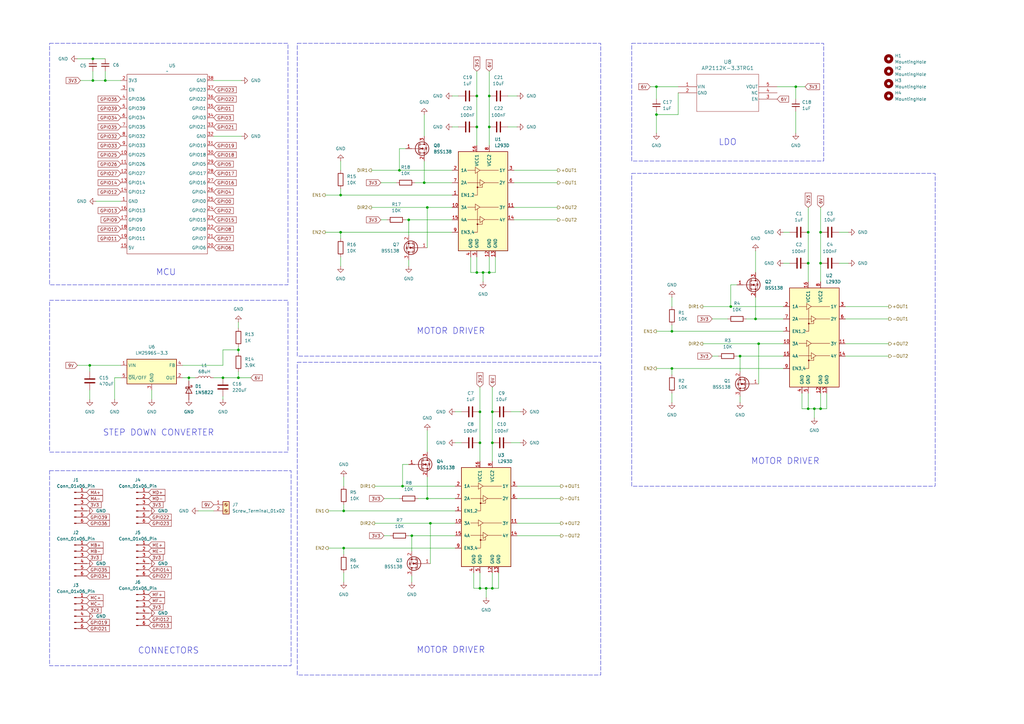
<source format=kicad_sch>
(kicad_sch (version 20231120) (generator "eeschema") (generator_version "8.0")
  (paper "A3")
  (junction (at 275.59 151.13))
  (junction (at 97.79 143.51))
  (junction (at 175.26 85.09))
  (junction (at 336.55 107.95))
  (junction (at 309.88 130.81))
  (junction (at 195.58 111.76))
  (junction (at 163.83 69.85))
  (junction (at 176.53 214.63))
  (junction (at 77.47 154.94))
  (junction (at 269.24 46.99))
  (junction (at 326.39 35.56))
  (junction (at 201.93 168.91))
  (junction (at 91.44 154.94))
  (junction (at 331.47 167.64))
  (junction (at 165.1 199.39))
  (junction (at 173.99 74.93))
  (junction (at 299.72 125.73))
  (junction (at 195.58 39.37))
  (junction (at 200.66 39.37))
  (junction (at 275.59 135.89))
  (junction (at 331.47 95.25))
  (junction (at 303.53 146.05))
  (junction (at 201.93 181.61))
  (junction (at 196.85 181.61))
  (junction (at 336.55 95.25))
  (junction (at 198.12 111.76))
  (junction (at 167.64 90.17))
  (junction (at 196.85 168.91))
  (junction (at 311.15 140.97))
  (junction (at 200.66 52.07))
  (junction (at 38.1 33.02))
  (junction (at 269.24 35.56))
  (junction (at 334.01 167.64))
  (junction (at 199.39 241.3))
  (junction (at 195.58 52.07))
  (junction (at 97.79 154.94))
  (junction (at 139.7 80.01))
  (junction (at 43.18 33.02))
  (junction (at 139.7 95.25))
  (junction (at 196.85 241.3))
  (junction (at 36.83 149.86))
  (junction (at 200.66 111.76))
  (junction (at 336.55 167.64))
  (junction (at 175.26 204.47))
  (junction (at 331.47 107.95))
  (junction (at 168.91 219.71))
  (junction (at 140.97 224.79))
  (junction (at 38.1 24.13))
  (junction (at 140.97 209.55))
  (junction (at 201.93 241.3))
  (wire (pts (xy 212.09 219.71) (xy 229.87 219.71)))
  (wire (pts (xy 302.26 146.05) (xy 303.53 146.05)))
  (wire (pts (xy 134.62 224.79) (xy 140.97 224.79)))
  (wire (pts (xy 275.59 151.13) (xy 321.31 151.13)))
  (wire (pts (xy 275.59 133.35) (xy 275.59 135.89)))
  (wire (pts (xy 167.64 96.52) (xy 167.64 90.17)))
  (wire (pts (xy 321.31 95.25) (xy 323.85 95.25)))
  (wire (pts (xy 288.29 140.97) (xy 311.15 140.97)))
  (wire (pts (xy 339.09 161.29) (xy 339.09 167.64)))
  (wire (pts (xy 74.93 154.94) (xy 77.47 154.94)))
  (wire (pts (xy 139.7 77.47) (xy 139.7 80.01)))
  (wire (pts (xy 43.18 33.02) (xy 49.53 33.02)))
  (wire (pts (xy 77.47 154.94) (xy 77.47 156.21)))
  (wire (pts (xy 166.37 90.17) (xy 167.64 90.17)))
  (wire (pts (xy 275.59 121.92) (xy 275.59 125.73)))
  (wire (pts (xy 140.97 209.55) (xy 186.69 209.55)))
  (wire (pts (xy 152.4 69.85) (xy 163.83 69.85)))
  (wire (pts (xy 167.64 90.17) (xy 185.42 90.17)))
  (wire (pts (xy 185.42 52.07) (xy 187.96 52.07)))
  (wire (pts (xy 198.12 111.76) (xy 200.66 111.76)))
  (wire (pts (xy 167.64 219.71) (xy 168.91 219.71)))
  (wire (pts (xy 153.67 199.39) (xy 165.1 199.39)))
  (wire (pts (xy 46.99 154.94) (xy 46.99 163.83)))
  (wire (pts (xy 292.1 146.05) (xy 294.64 146.05)))
  (wire (pts (xy 139.7 95.25) (xy 185.42 95.25)))
  (wire (pts (xy 31.75 149.86) (xy 36.83 149.86)))
  (wire (pts (xy 209.55 168.91) (xy 213.36 168.91)))
  (wire (pts (xy 196.85 168.91) (xy 196.85 181.61)))
  (wire (pts (xy 139.7 80.01) (xy 185.42 80.01)))
  (wire (pts (xy 200.66 39.37) (xy 200.66 52.07)))
  (wire (pts (xy 269.24 45.72) (xy 269.24 46.99)))
  (wire (pts (xy 168.91 236.22) (xy 168.91 238.76)))
  (wire (pts (xy 171.45 204.47) (xy 175.26 204.47)))
  (wire (pts (xy 318.77 35.56) (xy 326.39 35.56)))
  (wire (pts (xy 278.13 46.99) (xy 269.24 46.99)))
  (wire (pts (xy 139.7 66.04) (xy 139.7 69.85)))
  (wire (pts (xy 165.1 199.39) (xy 186.69 199.39)))
  (wire (pts (xy 269.24 151.13) (xy 275.59 151.13)))
  (wire (pts (xy 269.24 135.89) (xy 275.59 135.89)))
  (wire (pts (xy 334.01 167.64) (xy 336.55 167.64)))
  (wire (pts (xy 311.15 157.48) (xy 311.15 140.97)))
  (wire (pts (xy 36.83 160.02) (xy 36.83 163.83)))
  (wire (pts (xy 175.26 85.09) (xy 185.42 85.09)))
  (wire (pts (xy 269.24 35.56) (xy 269.24 40.64)))
  (wire (pts (xy 194.31 241.3) (xy 196.85 241.3)))
  (wire (pts (xy 91.44 143.51) (xy 97.79 143.51)))
  (wire (pts (xy 91.44 162.56) (xy 91.44 163.83)))
  (wire (pts (xy 326.39 35.56) (xy 330.2 35.56)))
  (wire (pts (xy 97.79 152.4) (xy 97.79 154.94)))
  (wire (pts (xy 152.4 85.09) (xy 175.26 85.09)))
  (wire (pts (xy 331.47 161.29) (xy 331.47 167.64)))
  (wire (pts (xy 331.47 167.64) (xy 334.01 167.64)))
  (wire (pts (xy 326.39 35.56) (xy 326.39 40.64)))
  (wire (pts (xy 210.82 85.09) (xy 228.6 85.09)))
  (wire (pts (xy 199.39 241.3) (xy 201.93 241.3)))
  (wire (pts (xy 208.28 39.37) (xy 212.09 39.37)))
  (wire (pts (xy 278.13 38.1) (xy 278.13 46.99)))
  (wire (pts (xy 196.85 241.3) (xy 199.39 241.3)))
  (wire (pts (xy 38.1 33.02) (xy 43.18 33.02)))
  (wire (pts (xy 204.47 234.95) (xy 204.47 241.3)))
  (wire (pts (xy 292.1 130.81) (xy 298.45 130.81)))
  (wire (pts (xy 299.72 116.84) (xy 302.26 116.84)))
  (wire (pts (xy 87.63 154.94) (xy 91.44 154.94)))
  (wire (pts (xy 346.71 125.73) (xy 364.49 125.73)))
  (wire (pts (xy 97.79 154.94) (xy 102.87 154.94)))
  (wire (pts (xy 175.26 195.58) (xy 175.26 204.47)))
  (wire (pts (xy 97.79 132.08) (xy 97.79 134.62)))
  (wire (pts (xy 87.63 55.88) (xy 99.06 55.88)))
  (wire (pts (xy 134.62 209.55) (xy 140.97 209.55)))
  (wire (pts (xy 269.24 35.56) (xy 278.13 35.56)))
  (wire (pts (xy 97.79 143.51) (xy 97.79 144.78)))
  (wire (pts (xy 168.91 219.71) (xy 186.69 219.71)))
  (wire (pts (xy 200.66 52.07) (xy 200.66 59.69)))
  (wire (pts (xy 38.1 24.13) (xy 43.18 24.13)))
  (wire (pts (xy 195.58 111.76) (xy 198.12 111.76)))
  (wire (pts (xy 173.99 46.99) (xy 173.99 55.88)))
  (wire (pts (xy 77.47 154.94) (xy 80.01 154.94)))
  (wire (pts (xy 139.7 95.25) (xy 139.7 97.79)))
  (wire (pts (xy 140.97 207.01) (xy 140.97 209.55)))
  (wire (pts (xy 336.55 85.09) (xy 336.55 95.25)))
  (wire (pts (xy 140.97 195.58) (xy 140.97 199.39)))
  (wire (pts (xy 195.58 29.21) (xy 195.58 39.37)))
  (wire (pts (xy 168.91 226.06) (xy 168.91 219.71)))
  (wire (pts (xy 163.83 60.96) (xy 166.37 60.96)))
  (wire (pts (xy 156.21 90.17) (xy 158.75 90.17)))
  (wire (pts (xy 303.53 146.05) (xy 321.31 146.05)))
  (wire (pts (xy 309.88 102.87) (xy 309.88 111.76)))
  (wire (pts (xy 275.59 151.13) (xy 275.59 153.67)))
  (wire (pts (xy 288.29 125.73) (xy 299.72 125.73)))
  (wire (pts (xy 336.55 95.25) (xy 336.55 107.95)))
  (wire (pts (xy 62.23 160.02) (xy 62.23 163.83)))
  (wire (pts (xy 139.7 105.41) (xy 139.7 109.22)))
  (wire (pts (xy 33.02 33.02) (xy 38.1 33.02)))
  (wire (pts (xy 334.01 167.64) (xy 334.01 171.45)))
  (wire (pts (xy 185.42 39.37) (xy 187.96 39.37)))
  (wire (pts (xy 210.82 69.85) (xy 228.6 69.85)))
  (wire (pts (xy 153.67 214.63) (xy 176.53 214.63)))
  (wire (pts (xy 328.93 167.64) (xy 331.47 167.64)))
  (wire (pts (xy 200.66 105.41) (xy 200.66 111.76)))
  (wire (pts (xy 203.2 105.41) (xy 203.2 111.76)))
  (wire (pts (xy 201.93 181.61) (xy 201.93 189.23)))
  (wire (pts (xy 199.39 241.3) (xy 199.39 245.11)))
  (wire (pts (xy 196.85 234.95) (xy 196.85 241.3)))
  (wire (pts (xy 331.47 95.25) (xy 331.47 107.95)))
  (wire (pts (xy 200.66 111.76) (xy 203.2 111.76)))
  (wire (pts (xy 175.26 101.6) (xy 175.26 85.09)))
  (wire (pts (xy 175.26 204.47) (xy 186.69 204.47)))
  (wire (pts (xy 91.44 154.94) (xy 97.79 154.94)))
  (wire (pts (xy 165.1 199.39) (xy 165.1 190.5)))
  (wire (pts (xy 163.83 69.85) (xy 163.83 60.96)))
  (wire (pts (xy 38.1 29.21) (xy 38.1 33.02)))
  (wire (pts (xy 309.88 121.92) (xy 309.88 130.81)))
  (wire (pts (xy 299.72 125.73) (xy 321.31 125.73)))
  (wire (pts (xy 195.58 39.37) (xy 195.58 52.07)))
  (wire (pts (xy 344.17 107.95) (xy 347.98 107.95)))
  (wire (pts (xy 195.58 52.07) (xy 195.58 59.69)))
  (wire (pts (xy 170.18 74.93) (xy 173.99 74.93)))
  (wire (pts (xy 173.99 74.93) (xy 185.42 74.93)))
  (wire (pts (xy 175.26 176.53) (xy 175.26 185.42)))
  (wire (pts (xy 212.09 214.63) (xy 229.87 214.63)))
  (wire (pts (xy 157.48 204.47) (xy 163.83 204.47)))
  (wire (pts (xy 39.37 82.55) (xy 49.53 82.55)))
  (wire (pts (xy 321.31 107.95) (xy 323.85 107.95)))
  (wire (pts (xy 200.66 29.21) (xy 200.66 39.37)))
  (wire (pts (xy 201.93 241.3) (xy 204.47 241.3)))
  (wire (pts (xy 336.55 161.29) (xy 336.55 167.64)))
  (wire (pts (xy 201.93 158.75) (xy 201.93 168.91)))
  (wire (pts (xy 346.71 130.81) (xy 364.49 130.81)))
  (wire (pts (xy 326.39 45.72) (xy 326.39 54.61)))
  (wire (pts (xy 198.12 111.76) (xy 198.12 115.57)))
  (wire (pts (xy 201.93 234.95) (xy 201.93 241.3)))
  (wire (pts (xy 210.82 74.93) (xy 228.6 74.93)))
  (wire (pts (xy 140.97 224.79) (xy 140.97 227.33)))
  (wire (pts (xy 97.79 142.24) (xy 97.79 143.51)))
  (wire (pts (xy 328.93 161.29) (xy 328.93 167.64)))
  (wire (pts (xy 275.59 161.29) (xy 275.59 165.1)))
  (wire (pts (xy 74.93 149.86) (xy 91.44 149.86)))
  (wire (pts (xy 186.69 168.91) (xy 189.23 168.91)))
  (wire (pts (xy 140.97 234.95) (xy 140.97 238.76)))
  (wire (pts (xy 43.18 29.21) (xy 43.18 33.02)))
  (wire (pts (xy 186.69 181.61) (xy 189.23 181.61)))
  (wire (pts (xy 311.15 140.97) (xy 321.31 140.97)))
  (wire (pts (xy 140.97 224.79) (xy 186.69 224.79)))
  (wire (pts (xy 212.09 204.47) (xy 229.87 204.47)))
  (wire (pts (xy 157.48 219.71) (xy 160.02 219.71)))
  (wire (pts (xy 306.07 130.81) (xy 309.88 130.81)))
  (wire (pts (xy 49.53 154.94) (xy 46.99 154.94)))
  (wire (pts (xy 299.72 125.73) (xy 299.72 116.84)))
  (wire (pts (xy 163.83 69.85) (xy 185.42 69.85)))
  (wire (pts (xy 331.47 85.09) (xy 331.47 95.25)))
  (wire (pts (xy 165.1 190.5) (xy 167.64 190.5)))
  (wire (pts (xy 266.7 35.56) (xy 269.24 35.56)))
  (wire (pts (xy 196.85 181.61) (xy 196.85 189.23)))
  (wire (pts (xy 195.58 105.41) (xy 195.58 111.76)))
  (wire (pts (xy 210.82 90.17) (xy 228.6 90.17)))
  (wire (pts (xy 208.28 52.07) (xy 212.09 52.07)))
  (wire (pts (xy 176.53 214.63) (xy 186.69 214.63)))
  (wire (pts (xy 91.44 149.86) (xy 91.44 143.51)))
  (wire (pts (xy 36.83 149.86) (xy 36.83 152.4)))
  (wire (pts (xy 31.75 24.13) (xy 38.1 24.13)))
  (wire (pts (xy 201.93 168.91) (xy 201.93 181.61)))
  (wire (pts (xy 336.55 167.64) (xy 339.09 167.64)))
  (wire (pts (xy 309.88 130.81) (xy 321.31 130.81)))
  (wire (pts (xy 81.28 209.55) (xy 87.63 209.55)))
  (wire (pts (xy 196.85 158.75) (xy 196.85 168.91)))
  (wire (pts (xy 336.55 107.95) (xy 336.55 115.57)))
  (wire (pts (xy 344.17 95.25) (xy 347.98 95.25)))
  (wire (pts (xy 275.59 135.89) (xy 321.31 135.89)))
  (wire (pts (xy 176.53 231.14) (xy 176.53 214.63)))
  (wire (pts (xy 346.71 140.97) (xy 364.49 140.97)))
  (wire (pts (xy 173.99 66.04) (xy 173.99 74.93)))
  (wire (pts (xy 346.71 146.05) (xy 364.49 146.05)))
  (wire (pts (xy 36.83 149.86) (xy 49.53 149.86)))
  (wire (pts (xy 167.64 106.68) (xy 167.64 109.22)))
  (wire (pts (xy 269.24 46.99) (xy 269.24 54.61)))
  (wire (pts (xy 303.53 162.56) (xy 303.53 165.1)))
  (wire (pts (xy 212.09 199.39) (xy 229.87 199.39)))
  (wire (pts (xy 331.47 107.95) (xy 331.47 115.57)))
  (wire (pts (xy 133.35 95.25) (xy 139.7 95.25)))
  (wire (pts (xy 87.63 33.02) (xy 99.06 33.02)))
  (wire (pts (xy 156.21 74.93) (xy 162.56 74.93)))
  (wire (pts (xy 194.31 234.95) (xy 194.31 241.3)))
  (wire (pts (xy 193.04 105.41) (xy 193.04 111.76)))
  (wire (pts (xy 133.35 80.01) (xy 139.7 80.01)))
  (wire (pts (xy 193.04 111.76) (xy 195.58 111.76)))
  (wire (pts (xy 303.53 152.4) (xy 303.53 146.05)))
  (wire (pts (xy 209.55 181.61) (xy 213.36 181.61)))
  (rectangle (start 20.32 193.04) (end 119.38 273.05) (stroke (width 0) (type dash)))
  (rectangle (start 121.92 148.59) (end 246.38 276.86) (stroke (width 0) (type dash)))
  (rectangle (start 259.08 17.78) (end 337.82 66.04) (stroke (width 0) (type dash)))
  (rectangle (start 121.92 17.78) (end 246.38 146.05) (stroke (width 0) (type dash)))
  (rectangle (start 259.08 71.12) (end 383.54 199.39) (stroke (width 0) (type dash)))
  (rectangle (start 20.32 123.19) (end 118.11 185.42) (stroke (width 0) (type dash)))
  (rectangle (start 20.32 17.78) (end 118.11 116.84) (stroke (width 0) (type dash)))
  (text "MCU" (at 68.072 111.76 0) (effects (font (size 2.54 2.54))))
  (text "CONNECTORS" (at 69.088 266.954 0) (effects (font (size 2.54 2.54))))
  (text "MOTOR DRIVER" (at 184.912 266.7 0) (effects (font (size 2.54 2.54))))
  (text "STEP DOWN CONVERTER" (at 65.024 177.546 0) (effects (font (size 2.54 2.54))))
  (text "LDO" (at 298.45 58.42 0) (effects (font (size 2.54 2.54))))
  (text "MOTOR DRIVER" (at 322.072 189.23 0) (effects (font (size 2.54 2.54))))
  (text "MOTOR DRIVER" (at 184.912 135.89 0) (effects (font (size 2.54 2.54))))
  (global_label "GPIO10" (shape input) (at 49.53 93.98 180) (property "Intersheetrefs" "${INTERSHEET_REFS}" (effects (hide yes))))
  (global_label "3V3" (shape input) (at 60.96 228.6 0) (property "Intersheetrefs" "${INTERSHEET_REFS}" (effects (hide yes))))
  (global_label "MF+" (shape input) (at 60.96 243.84 0) (property "Intersheetrefs" "${INTERSHEET_REFS}" (effects (hide yes))))
  (global_label "GPIO19" (shape input) (at 35.56 255.27 0) (property "Intersheetrefs" "${INTERSHEET_REFS}" (effects (hide yes))))
  (global_label "GPIO11" (shape input) (at 49.53 97.79 180) (property "Intersheetrefs" "${INTERSHEET_REFS}" (effects (hide yes))))
  (global_label "GPIO32" (shape input) (at 49.53 55.88 180) (property "Intersheetrefs" "${INTERSHEET_REFS}" (effects (hide yes))))
  (global_label "3V3" (shape input) (at 196.85 158.75 90) (property "Intersheetrefs" "${INTERSHEET_REFS}" (effects (hide yes))))
  (global_label "3V3" (shape input) (at 195.58 29.21 90) (property "Intersheetrefs" "${INTERSHEET_REFS}" (effects (hide yes))))
  (global_label "3V3" (shape input) (at 35.56 250.19 0) (property "Intersheetrefs" "${INTERSHEET_REFS}" (effects (hide yes))))
  (global_label "9V" (shape input) (at 31.75 149.86 180) (property "Intersheetrefs" "${INTERSHEET_REFS}" (effects (hide yes))))
  (global_label "GPIO2" (shape input) (at 87.63 86.36 0) (property "Intersheetrefs" "${INTERSHEET_REFS}" (effects (hide yes))))
  (global_label "3V3" (shape input) (at 292.1 146.05 180) (property "Intersheetrefs" "${INTERSHEET_REFS}" (effects (hide yes))))
  (global_label "3V3" (shape input) (at 157.48 219.71 180) (property "Intersheetrefs" "${INTERSHEET_REFS}" (effects (hide yes))))
  (global_label "GPIO6" (shape input) (at 87.63 101.6 0) (property "Intersheetrefs" "${INTERSHEET_REFS}" (effects (hide yes))))
  (global_label "GPIO12" (shape input) (at 49.53 78.74 180) (property "Intersheetrefs" "${INTERSHEET_REFS}" (effects (hide yes))))
  (global_label "GPIO7" (shape input) (at 87.63 97.79 0) (property "Intersheetrefs" "${INTERSHEET_REFS}" (effects (hide yes))))
  (global_label "GPIO21" (shape input) (at 87.63 52.07 0) (property "Intersheetrefs" "${INTERSHEET_REFS}" (effects (hide yes))))
  (global_label "GPIO39" (shape input) (at 35.56 212.09 0) (property "Intersheetrefs" "${INTERSHEET_REFS}" (effects (hide yes))))
  (global_label "GPIO1" (shape input) (at 87.63 44.45 0) (property "Intersheetrefs" "${INTERSHEET_REFS}" (effects (hide yes))))
  (global_label "MC-" (shape input) (at 35.56 247.65 0) (property "Intersheetrefs" "${INTERSHEET_REFS}" (effects (hide yes))))
  (global_label "GPIO27" (shape input) (at 60.96 236.22 0) (property "Intersheetrefs" "${INTERSHEET_REFS}" (effects (hide yes))))
  (global_label "MD-" (shape input) (at 60.96 204.47 0) (property "Intersheetrefs" "${INTERSHEET_REFS}" (effects (hide yes))))
  (global_label "GPIO14" (shape input) (at 60.96 233.68 0) (property "Intersheetrefs" "${INTERSHEET_REFS}" (effects (hide yes))))
  (global_label "GPIO15" (shape input) (at 87.63 90.17 0) (property "Intersheetrefs" "${INTERSHEET_REFS}" (effects (hide yes))))
  (global_label "6V" (shape input) (at 201.93 158.75 90) (property "Intersheetrefs" "${INTERSHEET_REFS}" (effects (hide yes))))
  (global_label "3V3" (shape input) (at 156.21 90.17 180) (property "Intersheetrefs" "${INTERSHEET_REFS}" (effects (hide yes))))
  (global_label "MB+" (shape input) (at 35.56 223.52 0) (property "Intersheetrefs" "${INTERSHEET_REFS}" (effects (hide yes))))
  (global_label "GPIO22" (shape input) (at 60.96 212.09 0) (property "Intersheetrefs" "${INTERSHEET_REFS}" (effects (hide yes))))
  (global_label "6V" (shape input) (at 102.87 154.94 0) (property "Intersheetrefs" "${INTERSHEET_REFS}" (effects (hide yes))))
  (global_label "GPIO25" (shape input) (at 49.53 63.5 180) (property "Intersheetrefs" "${INTERSHEET_REFS}" (effects (hide yes))))
  (global_label "GPIO19" (shape input) (at 87.63 59.69 0) (property "Intersheetrefs" "${INTERSHEET_REFS}" (effects (hide yes))))
  (global_label "MD+" (shape input) (at 60.96 201.93 0) (property "Intersheetrefs" "${INTERSHEET_REFS}" (effects (hide yes))))
  (global_label "GPIO35" (shape input) (at 49.53 52.07 180) (property "Intersheetrefs" "${INTERSHEET_REFS}" (effects (hide yes))))
  (global_label "GPIO16" (shape input) (at 87.63 74.93 0) (property "Intersheetrefs" "${INTERSHEET_REFS}" (effects (hide yes))))
  (global_label "GPIO18" (shape input) (at 87.63 63.5 0) (property "Intersheetrefs" "${INTERSHEET_REFS}" (effects (hide yes))))
  (global_label "3V3" (shape input) (at 33.02 33.02 180) (property "Intersheetrefs" "${INTERSHEET_REFS}" (effects (hide yes))))
  (global_label "GPIO9" (shape input) (at 49.53 90.17 180) (property "Intersheetrefs" "${INTERSHEET_REFS}" (effects (hide yes))))
  (global_label "GPIO3" (shape input) (at 87.63 48.26 0) (property "Intersheetrefs" "${INTERSHEET_REFS}" (effects (hide yes))))
  (global_label "MA+" (shape input) (at 35.56 201.93 0) (property "Intersheetrefs" "${INTERSHEET_REFS}" (effects (hide yes))))
  (global_label "GPIO0" (shape input) (at 87.63 82.55 0) (property "Intersheetrefs" "${INTERSHEET_REFS}" (effects (hide yes))))
  (global_label "GPIO22" (shape input) (at 87.63 40.64 0) (property "Intersheetrefs" "${INTERSHEET_REFS}" (effects (hide yes))))
  (global_label "GPIO5" (shape input) (at 87.63 67.31 0) (property "Intersheetrefs" "${INTERSHEET_REFS}" (effects (hide yes))))
  (global_label "GPIO23" (shape input) (at 87.63 36.83 0) (property "Intersheetrefs" "${INTERSHEET_REFS}" (effects (hide yes))))
  (global_label "3V3" (shape input) (at 330.2 35.56 0) (property "Intersheetrefs" "${INTERSHEET_REFS}" (effects (hide yes))))
  (global_label "MF-" (shape input) (at 60.96 246.38 0) (property "Intersheetrefs" "${INTERSHEET_REFS}" (effects (hide yes))))
  (global_label "GPIO14" (shape input) (at 49.53 74.93 180) (property "Intersheetrefs" "${INTERSHEET_REFS}" (effects (hide yes))))
  (global_label "GPIO17" (shape input) (at 87.63 71.12 0) (property "Intersheetrefs" "${INTERSHEET_REFS}" (effects (hide yes))))
  (global_label "GPIO26" (shape input) (at 49.53 67.31 180) (property "Intersheetrefs" "${INTERSHEET_REFS}" (effects (hide yes))))
  (global_label "ME-" (shape input) (at 60.96 226.06 0) (property "Intersheetrefs" "${INTERSHEET_REFS}" (effects (hide yes))))
  (global_label "GPIO4" (shape input) (at 87.63 78.74 0) (property "Intersheetrefs" "${INTERSHEET_REFS}" (effects (hide yes))))
  (global_label "3V3" (shape input) (at 156.21 74.93 180) (property "Intersheetrefs" "${INTERSHEET_REFS}" (effects (hide yes))))
  (global_label "MB-" (shape input) (at 35.56 226.06 0) (property "Intersheetrefs" "${INTERSHEET_REFS}" (effects (hide yes))))
  (global_label "6V" (shape input) (at 200.66 29.21 90) (property "Intersheetrefs" "${INTERSHEET_REFS}" (effects (hide yes))))
  (global_label "3V3" (shape input) (at 60.96 207.01 0) (property "Intersheetrefs" "${INTERSHEET_REFS}" (effects (hide yes))))
  (global_label "GPIO36" (shape input) (at 35.56 214.63 0) (property "Intersheetrefs" "${INTERSHEET_REFS}" (effects (hide yes))))
  (global_label "ME+" (shape input) (at 60.96 223.52 0) (property "Intersheetrefs" "${INTERSHEET_REFS}" (effects (hide yes))))
  (global_label "GPIO13" (shape input) (at 60.96 256.54 0) (property "Intersheetrefs" "${INTERSHEET_REFS}" (effects (hide yes))))
  (global_label "GPIO39" (shape input) (at 49.53 44.45 180) (property "Intersheetrefs" "${INTERSHEET_REFS}" (effects (hide yes))))
  (global_label "3V3" (shape input) (at 157.48 204.47 180) (property "Intersheetrefs" "${INTERSHEET_REFS}" (effects (hide yes))))
  (global_label "3V3" (shape input) (at 331.47 85.09 90) (property "Intersheetrefs" "${INTERSHEET_REFS}" (effects (hide yes))))
  (global_label "6V" (shape input) (at 266.7 35.56 180) (property "Intersheetrefs" "${INTERSHEET_REFS}" (effects (hide yes))))
  (global_label "GPIO8" (shape input) (at 87.63 93.98 0) (property "Intersheetrefs" "${INTERSHEET_REFS}" (effects (hide yes))))
  (global_label "GPIO35" (shape input) (at 35.56 233.68 0) (property "Intersheetrefs" "${INTERSHEET_REFS}" (effects (hide yes))))
  (global_label "MC+" (shape input) (at 35.56 245.11 0) (property "Intersheetrefs" "${INTERSHEET_REFS}" (effects (hide yes))))
  (global_label "GPIO33" (shape input) (at 49.53 59.69 180) (property "Intersheetrefs" "${INTERSHEET_REFS}" (effects (hide yes))))
  (global_label "6V" (shape input) (at 336.55 85.09 90) (property "Intersheetrefs" "${INTERSHEET_REFS}" (effects (hide yes))))
  (global_label "9V" (shape input) (at 87.63 207.01 180) (property "Intersheetrefs" "${INTERSHEET_REFS}" (effects (hide yes))))
  (global_label "3V3" (shape input) (at 35.56 228.6 0) (property "Intersheetrefs" "${INTERSHEET_REFS}" (effects (hide yes))))
  (global_label "6V" (shape input) (at 318.77 40.64 0) (property "Intersheetrefs" "${INTERSHEET_REFS}" (effects (hide yes))))
  (global_label "GPIO34" (shape input) (at 35.56 236.22 0) (property "Intersheetrefs" "${INTERSHEET_REFS}" (effects (hide yes))))
  (global_label "GPIO21" (shape input) (at 35.56 257.81 0) (property "Intersheetrefs" "${INTERSHEET_REFS}" (effects (hide yes))))
  (global_label "GPIO34" (shape input) (at 49.53 48.26 180) (property "Intersheetrefs" "${INTERSHEET_REFS}" (effects (hide yes))))
  (global_label "3V3" (shape input) (at 60.96 248.92 0) (property "Intersheetrefs" "${INTERSHEET_REFS}" (effects (hide yes))))
  (global_label "GPIO36" (shape input) (at 49.53 40.64 180) (property "Intersheetrefs" "${INTERSHEET_REFS}" (effects (hide yes))))
  (global_label "MA-" (shape input) (at 35.56 204.47 0) (property "Intersheetrefs" "${INTERSHEET_REFS}" (effects (hide yes))))
  (global_label "GPIO12" (shape input) (at 60.96 254 0) (property "Intersheetrefs" "${INTERSHEET_REFS}" (effects (hide yes))))
  (global_label "GPIO13" (shape input) (at 49.53 86.36 180) (property "Intersheetrefs" "${INTERSHEET_REFS}" (effects (hide yes))))
  (global_label "GPIO23" (shape input) (at 60.96 214.63 0) (property "Intersheetrefs" "${INTERSHEET_REFS}" (effects (hide yes))))
  (global_label "GPIO27" (shape input) (at 49.53 71.12 180) (property "Intersheetrefs" "${INTERSHEET_REFS}" (effects (hide yes))))
  (global_label "3V3" (shape input) (at 35.56 207.01 0) (property "Intersheetrefs" "${INTERSHEET_REFS}" (effects (hide yes))))
  (global_label "3V3" (shape input) (at 292.1 130.81 180) (property "Intersheetrefs" "${INTERSHEET_REFS}" (effects (hide yes))))
  (hierarchical_label "+OUT1" (shape output) (at 228.6 69.85 0))
  (hierarchical_label "DIR2" (shape output) (at 153.67 214.63 180))
  (hierarchical_label "+OUT2" (shape output) (at 364.49 140.97 0))
  (hierarchical_label "-OUT1" (shape output) (at 229.87 204.47 0))
  (hierarchical_label "-OUT1" (shape output) (at 364.49 130.81 0))
  (hierarchical_label "EN2" (shape output) (at 269.24 151.13 180))
  (hierarchical_label "EN2" (shape output) (at 133.35 95.25 180))
  (hierarchical_label "EN2" (shape output) (at 134.62 224.79 180))
  (hierarchical_label "DIR2" (shape output) (at 152.4 85.09 180))
  (hierarchical_label "EN1" (shape output) (at 134.62 209.55 180))
  (hierarchical_label "+OUT1" (shape output) (at 364.49 125.73 0))
  (hierarchical_label "DIR2" (shape output) (at 288.29 140.97 180))
  (hierarchical_label "DIR1" (shape output) (at 153.67 199.39 180))
  (hierarchical_label "+OUT2" (shape output) (at 228.6 85.09 0))
  (hierarchical_label "EN1" (shape output) (at 269.24 135.89 180))
  (hierarchical_label "-OUT2" (shape output) (at 364.49 146.05 0))
  (hierarchical_label "DIR1" (shape output) (at 288.29 125.73 180))
  (hierarchical_label "+OUT2" (shape output) (at 229.87 214.63 0))
  (hierarchical_label "DIR1" (shape output) (at 152.4 69.85 180))
  (hierarchical_label "+OUT1" (shape output) (at 229.87 199.39 0))
  (hierarchical_label "-OUT1" (shape output) (at 228.6 74.93 0))
  (hierarchical_label "-OUT2" (shape output) (at 228.6 90.17 0))
  (hierarchical_label "EN1" (shape output) (at 133.35 80.01 180))
  (hierarchical_label "-OUT2" (shape output) (at 229.87 219.71 0))
  (symbol (lib_id "power:GND") (at 185.42 39.37 270) (unit 1)
    (property "Reference" "#PWR050" (effects (hide yes)))
    (property "Value" "GND" (at 181.61 39.3701 90) (effects (justify right)))
    (property "Description" "Power symbol creates a global label with name \"GND\" , ground" (effects (hide yes)))
  )
  (symbol (lib_id "power:GND") (at 309.88 102.87 180) (unit 1)
    (property "Reference" "#PWR06" (effects (hide yes)))
    (property "Value" "GND" (at 309.88 97.79 0))
    (property "Description" "Power symbol creates a global label with name \"GND\" , ground" (effects (hide yes)))
  )
  (symbol (lib_id "Device:C") (at 204.47 39.37 90) (unit 1)
    (property "Reference" "C21" (at 204.47 31.75 90))
    (property "Value" "10uF" (at 204.47 34.29 90))
    (property "Footprint" "Capacitor_SMD:C_1210_3225Metric" (effects (hide yes)))
    (property "Description" "Unpolarized capacitor" (effects (hide yes)))
  )
  (symbol (lib_id "Device:C") (at 193.04 168.91 90) (unit 1)
    (property "Reference" "C7" (at 193.04 161.29 90))
    (property "Value" "1uF" (at 193.04 163.83 90))
    (property "Footprint" "Capacitor_SMD:C_1210_3225Metric" (effects (hide yes)))
    (property "Description" "Unpolarized capacitor" (effects (hide yes)))
  )
  (symbol (lib_id "power:GND") (at 173.99 46.99 180) (unit 1)
    (property "Reference" "#PWR049" (effects (hide yes)))
    (property "Value" "GND" (at 173.99 41.91 0))
    (property "Description" "Power symbol creates a global label with name \"GND\" , ground" (effects (hide yes)))
  )
  (symbol (lib_id "Device:R") (at 140.97 231.14 0) (unit 1)
    (property "Reference" "R6" (at 143.51 229.8699 0) (effects (justify left)))
    (property "Value" "10K" (at 143.51 232.4099 0) (effects (justify left)))
    (property "Footprint" "Resistor_SMD:R_0603_1608Metric" (effects (hide yes)))
    (property "Description" "Resistor" (effects (hide yes)))
  )
  (symbol (lib_id "Connector:Conn_01x06_Pin") (at 30.48 228.6 0) (unit 1)
    (property "Reference" "J2" (at 31.115 218.44 0))
    (property "Value" "Conn_01x06_Pin" (at 31.115 220.98 0))
    (property "Footprint" "Connector_JST:JST_XH_B6B-XH-AM_1x06_P2.50mm_Vertical" (effects (hide yes)))
    (property "Description" "Generic connector, single row, 01x06, script generated" (effects (hide yes)))
  )
  (symbol (lib_id "power:GND") (at 213.36 181.61 90) (unit 1)
    (property "Reference" "#PWR020" (effects (hide yes)))
    (property "Value" "GND" (at 217.17 181.6099 90) (effects (justify right)))
    (property "Description" "Power symbol creates a global label with name \"GND\" , ground" (effects (hide yes)))
  )
  (symbol (lib_id "Device:C") (at 191.77 52.07 270) (unit 1)
    (property "Reference" "C20" (at 191.77 44.45 90))
    (property "Value" "100nF" (at 191.77 47.244 90))
    (property "Footprint" "Capacitor_SMD:C_0805_2012Metric" (effects (hide yes)))
    (property "Description" "Unpolarized capacitor" (effects (hide yes)))
  )
  (symbol (lib_id "Device:R") (at 166.37 74.93 270) (unit 1)
    (property "Reference" "R18" (at 166.37 68.58 90))
    (property "Value" "10K" (at 166.37 71.12 90))
    (property "Footprint" "Resistor_SMD:R_0603_1608Metric" (effects (hide yes)))
    (property "Description" "Resistor" (effects (hide yes)))
  )
  (symbol (lib_id "Mechanical:MountingHole") (at 364.49 24.13 0) (unit 1) (exclude_from_sim yes) (in_bom no)
    (property "Reference" "H1" (at 367.03 22.8599 0) (effects (justify left)))
    (property "Value" "MountingHole" (at 367.03 25.3999 0) (effects (justify left)))
    (property "Footprint" "MountingHole:MountingHole_4.5mm" (effects (hide yes)))
    (property "Description" "Mounting Hole without connection" (effects (hide yes)))
  )
  (symbol (lib_id "power:GND") (at 347.98 107.95 90) (unit 1)
    (property "Reference" "#PWR011" (effects (hide yes)))
    (property "Value" "GND" (at 351.79 107.9499 90) (effects (justify right)))
    (property "Description" "Power symbol creates a global label with name \"GND\" , ground" (effects (hide yes)))
  )
  (symbol (lib_id "Device:R") (at 139.7 101.6 0) (unit 1)
    (property "Reference" "R16" (at 142.24 100.3299 0) (effects (justify left)))
    (property "Value" "10K" (at 142.24 102.8699 0) (effects (justify left)))
    (property "Footprint" "Resistor_SMD:R_0603_1608Metric" (effects (hide yes)))
    (property "Description" "Resistor" (effects (hide yes)))
  )
  (symbol (lib_id "Mechanical:MountingHole") (at 364.49 29.21 0) (unit 1) (exclude_from_sim yes) (in_bom no)
    (property "Reference" "H2" (at 367.03 27.9399 0) (effects (justify left)))
    (property "Value" "MountingHole" (at 367.03 30.4799 0) (effects (justify left)))
    (property "Footprint" "MountingHole:MountingHole_4.5mm" (effects (hide yes)))
    (property "Description" "Mounting Hole without connection" (effects (hide yes)))
  )
  (symbol (lib_id "power:GND") (at 35.56 252.73 90) (unit 1)
    (property "Reference" "#PWR042" (effects (hide yes)))
    (property "Value" "GND" (at 39.37 252.7299 90) (effects (justify right)))
    (property "Description" "Power symbol creates a global label with name \"GND\" , ground" (effects (hide yes)))
  )
  (symbol (lib_id "power:GND") (at 198.12 115.57 0) (unit 1)
    (property "Reference" "#PWR052" (effects (hide yes)))
    (property "Value" "GND" (at 198.12 120.65 0))
    (property "Description" "Power symbol creates a global label with name \"GND\" , ground" (effects (hide yes)))
  )
  (symbol (lib_id "Connector:Conn_01x06_Pin") (at 55.88 248.92 0) (unit 1)
    (property "Reference" "J6" (at 56.515 238.76 0))
    (property "Value" "Conn_01x06_Pin" (at 56.515 241.3 0))
    (property "Footprint" "Connector_JST:JST_XH_B6B-XH-AM_1x06_P2.50mm_Vertical" (effects (hide yes)))
    (property "Description" "Generic connector, single row, 01x06, script generated" (effects (hide yes)))
  )
  (symbol (lib_id "Driver_Motor:L293D") (at 199.39 214.63 0) (unit 1)
    (property "Reference" "U3" (at 204.1241 186.69 0) (effects (justify left)))
    (property "Value" "L293D" (at 204.1241 189.23 0) (effects (justify left)))
    (property "Footprint" "Package_DIP:DIP-16_W7.62mm" (effects (hide yes)))
    (property "Datasheet" "http://www.ti.com/lit/ds/symlink/l293.pdf" (effects (hide yes)))
    (property "Description" "Quadruple Half-H Drivers" (effects (hide yes)))
  )
  (symbol (lib_id "Connector:Conn_01x06_Pin") (at 30.48 250.19 0) (unit 1)
    (property "Reference" "J3" (at 31.115 240.03 0))
    (property "Value" "Conn_01x06_Pin" (at 31.115 242.57 0))
    (property "Footprint" "Connector_JST:JST_XH_B6B-XH-AM_1x06_P2.50mm_Vertical" (effects (hide yes)))
    (property "Description" "Generic connector, single row, 01x06, script generated" (effects (hide yes)))
  )
  (symbol (lib_id "power:GND") (at 185.42 52.07 270) (unit 1)
    (property "Reference" "#PWR051" (effects (hide yes)))
    (property "Value" "GND" (at 181.61 52.0701 90) (effects (justify right)))
    (property "Description" "Power symbol creates a global label with name \"GND\" , ground" (effects (hide yes)))
  )
  (symbol (lib_id "power:GND") (at 321.31 95.25 270) (unit 1)
    (property "Reference" "#PWR07" (effects (hide yes)))
    (property "Value" "GND" (at 317.5 95.2501 90) (effects (justify right)))
    (property "Description" "Power symbol creates a global label with name \"GND\" , ground" (effects (hide yes)))
  )
  (symbol (lib_id "Device:C_Small") (at 43.18 26.67 0) (unit 1)
    (property "Reference" "C6" (at 46.228 26.67 0) (effects (justify left)))
    (property "Value" "C_Small" (effects (hide yes)))
    (property "Footprint" "Capacitor_SMD:C_0603_1608Metric" (effects (hide yes)))
    (property "Description" "Unpolarized capacitor, small symbol" (effects (hide yes)))
  )
  (symbol (lib_id "power:GND") (at 36.83 163.83 0) (unit 1)
    (property "Reference" "#PWR029" (effects (hide yes)))
    (property "Value" "GND" (at 36.83 168.91 0))
    (property "Description" "Power symbol creates a global label with name \"GND\" , ground" (effects (hide yes)))
  )
  (symbol (lib_id "Transistor_FET:BSS138") (at 172.72 190.5 0) (unit 1)
    (property "Reference" "Q4" (at 179.07 189.2299 0) (effects (justify left)))
    (property "Value" "BSS138" (at 179.07 191.7699 0) (effects (justify left)))
    (property "Footprint" "Package_TO_SOT_SMD:SOT-23" (effects (hide yes)))
    (property "Datasheet" "https://www.onsemi.com/pub/Collateral/BSS138-D.PDF" (effects (hide yes)))
    (property "Description" "50V Vds, 0.22A Id, N-Channel MOSFET, SOT-23" (effects (hide yes)))
  )
  (symbol (lib_id "power:GND") (at 60.96 231.14 90) (unit 1)
    (property "Reference" "#PWR044" (effects (hide yes)))
    (property "Value" "GND" (at 64.77 231.1399 90) (effects (justify right)))
    (property "Description" "Power symbol creates a global label with name \"GND\" , ground" (effects (hide yes)))
  )
  (symbol (lib_id "power:GND") (at 97.79 132.08 180) (unit 1)
    (property "Reference" "#PWR034" (effects (hide yes)))
    (property "Value" "GND" (at 97.79 126.7881 0))
    (property "Description" "Power symbol creates a global label with name \"GND\" , ground" (effects (hide yes)))
  )
  (symbol (lib_id "Device:R") (at 97.79 138.43 0) (unit 1)
    (property "Reference" "R13" (at 100.33 137.1599 0) (effects (justify left)))
    (property "Value" "1K" (at 100.33 139.6999 0) (effects (justify left)))
    (property "Footprint" "Resistor_SMD:R_0603_1608Metric" (effects (hide yes)))
    (property "Description" "Resistor" (effects (hide yes)))
  )
  (symbol (lib_id "power:GND") (at 186.69 168.91 270) (unit 1)
    (property "Reference" "#PWR016" (effects (hide yes)))
    (property "Value" "GND" (at 182.88 168.9101 90) (effects (justify right)))
    (property "Description" "Power symbol creates a global label with name \"GND\" , ground" (effects (hide yes)))
  )
  (symbol (lib_id "Device:C") (at 327.66 107.95 270) (unit 1)
    (property "Reference" "C2" (at 327.66 100.33 90))
    (property "Value" "100nF" (at 327.66 103.124 90))
    (property "Footprint" "Capacitor_SMD:C_0805_2012Metric" (effects (hide yes)))
    (property "Description" "Unpolarized capacitor" (effects (hide yes)))
  )
  (symbol (lib_id "Device:C") (at 205.74 168.91 90) (unit 1)
    (property "Reference" "C9" (at 205.74 161.29 90))
    (property "Value" "10uF" (at 205.74 163.83 90))
    (property "Footprint" "Capacitor_SMD:C_1210_3225Metric" (effects (hide yes)))
    (property "Description" "Unpolarized capacitor" (effects (hide yes)))
  )
  (symbol (lib_id "Device:C_Small") (at 269.24 43.18 180) (unit 1)
    (property "Reference" "C17" (at 271.78 41.9035 0) (effects (justify right)))
    (property "Value" "1uF" (at 271.78 44.4435 0) (effects (justify right)))
    (property "Footprint" "Capacitor_SMD:C_0603_1608Metric" (effects (hide yes)))
    (property "Description" "Unpolarized capacitor, small symbol" (effects (hide yes)))
  )
  (symbol (lib_id "Diode:1N5822") (at 77.47 160.02 270) (unit 1)
    (property "Reference" "D1" (at 80.01 158.4324 90) (effects (justify left)))
    (property "Value" "1N5822" (at 80.01 160.9724 90) (effects (justify left)))
    (property "Footprint" "Diode_THT:D_DO-201AD_P15.24mm_Horizontal" (effects (hide yes)))
    (property "Datasheet" "http://www.vishay.com/docs/88526/1n5820.pdf" (effects (hide yes)))
    (property "Description" "40V 3A Schottky Barrier Rectifier Diode, DO-201AD" (effects (hide yes)))
  )
  (symbol (lib_id "power:GND") (at 35.56 209.55 90) (unit 1)
    (property "Reference" "#PWR040" (effects (hide yes)))
    (property "Value" "GND" (at 39.37 209.5499 90) (effects (justify right)))
    (property "Description" "Power symbol creates a global label with name \"GND\" , ground" (effects (hide yes)))
  )
  (symbol (lib_id "power:GND") (at 303.53 165.1 0) (unit 1)
    (property "Reference" "#PWR05" (effects (hide yes)))
    (property "Value" "GND" (at 303.53 170.18 0))
    (property "Description" "Power symbol creates a global label with name \"GND\" , ground" (effects (hide yes)))
  )
  (symbol (lib_id "Transistor_FET:BSS138") (at 307.34 116.84 0) (unit 1)
    (property "Reference" "Q2" (at 313.69 115.5699 0) (effects (justify left)))
    (property "Value" "BSS138" (at 313.69 118.1099 0) (effects (justify left)))
    (property "Footprint" "Package_TO_SOT_SMD:SOT-23" (effects (hide yes)))
    (property "Datasheet" "https://www.onsemi.com/pub/Collateral/BSS138-D.PDF" (effects (hide yes)))
    (property "Description" "50V Vds, 0.22A Id, N-Channel MOSFET, SOT-23" (effects (hide yes)))
  )
  (symbol (lib_id "power:GND") (at 186.69 181.61 270) (unit 1)
    (property "Reference" "#PWR017" (effects (hide yes)))
    (property "Value" "GND" (at 182.88 181.6101 90) (effects (justify right)))
    (property "Description" "Power symbol creates a global label with name \"GND\" , ground" (effects (hide yes)))
  )
  (symbol (lib_id "Device:R") (at 298.45 146.05 90) (mirror x) (unit 1)
    (property "Reference" "R3" (at 298.45 139.7 90))
    (property "Value" "10K" (at 298.45 142.24 90))
    (property "Footprint" "Resistor_SMD:R_0603_1608Metric" (effects (hide yes)))
    (property "Description" "Resistor" (effects (hide yes)))
  )
  (symbol (lib_id "Device:C") (at 91.44 158.75 0) (unit 1)
    (property "Reference" "C16" (at 95.25 157.4799 0) (effects (justify left)))
    (property "Value" "220uF" (at 95.25 160.0199 0) (effects (justify left)))
    (property "Footprint" "Capacitor_SMD:C_Elec_8x10.2" (effects (hide yes)))
    (property "Description" "Unpolarized capacitor" (effects (hide yes)))
  )
  (symbol (lib_id "power:GND") (at 139.7 109.22 0) (unit 1)
    (property "Reference" "#PWR047" (effects (hide yes)))
    (property "Value" "GND" (at 139.7 114.3 0))
    (property "Description" "Power symbol creates a global label with name \"GND\" , ground" (effects (hide yes)))
  )
  (symbol (lib_id "power:GND") (at 60.96 251.46 90) (unit 1)
    (property "Reference" "#PWR043" (effects (hide yes)))
    (property "Value" "GND" (at 64.77 251.4599 90) (effects (justify right)))
    (property "Description" "Power symbol creates a global label with name \"GND\" , ground" (effects (hide yes)))
  )
  (symbol (lib_id "Driver_Motor:L293D") (at 198.12 85.09 0) (unit 1)
    (property "Reference" "U1" (at 202.8541 57.15 0) (effects (justify left)))
    (property "Value" "L293D" (at 202.8541 59.69 0) (effects (justify left)))
    (property "Footprint" "Package_DIP:DIP-16_W7.62mm" (effects (hide yes)))
    (property "Datasheet" "http://www.ti.com/lit/ds/symlink/l293.pdf" (effects (hide yes)))
    (property "Description" "Quadruple Half-H Drivers" (effects (hide yes)))
  )
  (symbol (lib_id "power:GND") (at 99.06 33.02 90) (unit 1)
    (property "Reference" "#PWR035" (effects (hide yes)))
    (property "Value" "GND" (at 102.87 33.0199 90) (effects (justify right)))
    (property "Description" "Power symbol creates a global label with name \"GND\" , ground" (effects (hide yes)))
  )
  (symbol (lib_id "power:GND") (at 269.24 54.61 0) (unit 1)
    (property "Reference" "#PWR037" (effects (hide yes)))
    (property "Value" "GND" (at 269.24 59.69 0))
    (property "Description" "Power symbol creates a global label with name \"GND\" , ground" (effects (hide yes)))
  )
  (symbol (lib_id "Transistor_FET:BSS138") (at 171.45 60.96 0) (unit 1)
    (property "Reference" "Q8" (at 177.8 59.6899 0) (effects (justify left)))
    (property "Value" "BSS138" (at 177.8 62.2299 0) (effects (justify left)))
    (property "Footprint" "Package_TO_SOT_SMD:SOT-23" (effects (hide yes)))
    (property "Datasheet" "https://www.onsemi.com/pub/Collateral/BSS138-D.PDF" (effects (hide yes)))
    (property "Description" "50V Vds, 0.22A Id, N-Channel MOSFET, SOT-23" (effects (hide yes)))
  )
  (symbol (lib_id "Device:L") (at 83.82 154.94 90) (unit 1)
    (property "Reference" "L1" (at 83.82 149.86 90))
    (property "Value" "68uH" (at 83.82 152.4 90))
    (property "Footprint" "Inductor_SMD:L_12x12mm_H6mm" (effects (hide yes)))
    (property "Description" "Inductor" (effects (hide yes)))
  )
  (symbol (lib_id "Device:R") (at 275.59 157.48 0) (unit 1)
    (property "Reference" "R2" (at 278.13 156.2099 0) (effects (justify left)))
    (property "Value" "10K" (at 278.13 158.7499 0) (effects (justify left)))
    (property "Footprint" "Resistor_SMD:R_0603_1608Metric" (effects (hide yes)))
    (property "Description" "Resistor" (effects (hide yes)))
  )
  (symbol (lib_id "Device:C_Small") (at 326.39 43.18 180) (unit 1)
    (property "Reference" "C18" (at 328.93 41.9035 0) (effects (justify right)))
    (property "Value" "1uF" (at 328.93 44.4435 0) (effects (justify right)))
    (property "Footprint" "Capacitor_SMD:C_0603_1608Metric" (effects (hide yes)))
    (property "Description" "Unpolarized capacitor, small symbol" (effects (hide yes)))
  )
  (symbol (lib_id "Device:R") (at 302.26 130.81 270) (unit 1)
    (property "Reference" "R4" (at 302.26 124.46 90))
    (property "Value" "10K" (at 302.26 127 90))
    (property "Footprint" "Resistor_SMD:R_0603_1608Metric" (effects (hide yes)))
    (property "Description" "Resistor" (effects (hide yes)))
  )
  (symbol (lib_id "power:GND") (at 168.91 238.76 0) (unit 1)
    (property "Reference" "#PWR014" (effects (hide yes)))
    (property "Value" "GND" (at 168.91 243.84 0))
    (property "Description" "Power symbol creates a global label with name \"GND\" , ground" (effects (hide yes)))
  )
  (symbol (lib_id "power:GND") (at 139.7 66.04 180) (unit 1)
    (property "Reference" "#PWR046" (effects (hide yes)))
    (property "Value" "GND" (at 139.7 60.96 0))
    (property "Description" "Power symbol creates a global label with name \"GND\" , ground" (effects (hide yes)))
  )
  (symbol (lib_id "Device:R") (at 139.7 73.66 0) (unit 1)
    (property "Reference" "R15" (at 142.24 72.3899 0) (effects (justify left)))
    (property "Value" "10K" (at 142.24 74.9299 0) (effects (justify left)))
    (property "Footprint" "Resistor_SMD:R_0603_1608Metric" (effects (hide yes)))
    (property "Description" "Resistor" (effects (hide yes)))
  )
  (symbol (lib_id "power:GND") (at 77.47 163.83 0) (unit 1)
    (property "Reference" "#PWR032" (effects (hide yes)))
    (property "Value" "GND" (at 77.47 168.91 0))
    (property "Description" "Power symbol creates a global label with name \"GND\" , ground" (effects (hide yes)))
  )
  (symbol (lib_id "power:GND") (at 31.75 24.13 270) (unit 1)
    (property "Reference" "#PWR01" (effects (hide yes)))
    (property "Value" "GND" (at 27.94 24.1299 90) (effects (justify right)))
    (property "Description" "Power symbol creates a global label with name \"GND\" , ground" (effects (hide yes)))
  )
  (symbol (lib_id "ESP32_WROOM_38_Breakout:ESP32-WROOM-38") (at 49.53 88.9 0) (unit 1)
    (property "Reference" "U5" (at 70.612 26.924 0))
    (property "Value" "~" (at 68.58 29.21 0))
    (property "Footprint" "Library:ESP32-WROOM-38" (effects (hide yes)))
  )
  (symbol (lib_id "Device:R") (at 97.79 148.59 0) (unit 1)
    (property "Reference" "R14" (at 100.33 147.3199 0) (effects (justify left)))
    (property "Value" "3.9K" (at 100.33 149.8599 0) (effects (justify left)))
    (property "Footprint" "Resistor_SMD:R_0603_1608Metric" (effects (hide yes)))
    (property "Description" "Resistor" (effects (hide yes)))
  )
  (symbol (lib_id "power:GND") (at 39.37 82.55 270) (unit 1)
    (property "Reference" "#PWR036" (effects (hide yes)))
    (property "Value" "GND" (at 35.56 82.5499 90) (effects (justify right)))
    (property "Description" "Power symbol creates a global label with name \"GND\" , ground" (effects (hide yes)))
  )
  (symbol (lib_id "power:GND") (at 347.98 95.25 90) (unit 1)
    (property "Reference" "#PWR010" (effects (hide yes)))
    (property "Value" "GND" (at 351.79 95.2499 90) (effects (justify right)))
    (property "Description" "Power symbol creates a global label with name \"GND\" , ground" (effects (hide yes)))
  )
  (symbol (lib_id "Device:C") (at 205.74 181.61 270) (unit 1)
    (property "Reference" "C10" (at 205.74 173.99 90))
    (property "Value" "100nF" (at 205.74 176.784 90))
    (property "Footprint" "Capacitor_SMD:C_0805_2012Metric" (effects (hide yes)))
    (property "Description" "Unpolarized capacitor" (effects (hide yes)))
  )
  (symbol (lib_id "power:GND") (at 35.56 231.14 90) (unit 1)
    (property "Reference" "#PWR041" (effects (hide yes)))
    (property "Value" "GND" (at 39.37 231.1399 90) (effects (justify right)))
    (property "Description" "Power symbol creates a global label with name \"GND\" , ground" (effects (hide yes)))
  )
  (symbol (lib_id "power:GND") (at 99.06 55.88 90) (unit 1)
    (property "Reference" "#PWR039" (effects (hide yes)))
    (property "Value" "GND" (at 102.87 55.8799 90) (effects (justify right)))
    (property "Description" "Power symbol creates a global label with name \"GND\" , ground" (effects (hide yes)))
  )
  (symbol (lib_id "power:GND") (at 81.28 209.55 270) (unit 1)
    (property "Reference" "#PWR02" (effects (hide yes)))
    (property "Value" "GND" (at 77.47 209.5499 90) (effects (justify right)))
    (property "Description" "Power symbol creates a global label with name \"GND\" , ground" (effects (hide yes)))
  )
  (symbol (lib_id "Transistor_FET:BSS138") (at 306.07 157.48 180) (unit 1)
    (property "Reference" "Q1" (at 299.72 156.2099 0) (effects (justify left)))
    (property "Value" "BSS138" (at 299.72 158.7499 0) (effects (justify left)))
    (property "Footprint" "Package_TO_SOT_SMD:SOT-23" (effects (hide yes)))
    (property "Datasheet" "https://www.onsemi.com/pub/Collateral/BSS138-D.PDF" (effects (hide yes)))
    (property "Description" "50V Vds, 0.22A Id, N-Channel MOSFET, SOT-23" (effects (hide yes)))
  )
  (symbol (lib_id "power:GND") (at 213.36 168.91 90) (unit 1)
    (property "Reference" "#PWR019" (effects (hide yes)))
    (property "Value" "GND" (at 217.17 168.9099 90) (effects (justify right)))
    (property "Description" "Power symbol creates a global label with name \"GND\" , ground" (effects (hide yes)))
  )
  (symbol (lib_id "Device:C") (at 340.36 107.95 270) (unit 1)
    (property "Reference" "C4" (at 340.36 100.33 90))
    (property "Value" "100nF" (at 340.36 103.124 90))
    (property "Footprint" "Capacitor_SMD:C_0805_2012Metric" (effects (hide yes)))
    (property "Description" "Unpolarized capacitor" (effects (hide yes)))
  )
  (symbol (lib_id "Connector:Conn_01x06_Pin") (at 30.48 207.01 0) (unit 1)
    (property "Reference" "J1" (at 31.115 196.85 0))
    (property "Value" "Conn_01x06_Pin" (at 31.115 199.39 0))
    (property "Footprint" "Connector_JST:JST_XH_B6B-XH-AM_1x06_P2.50mm_Vertical" (effects (hide yes)))
    (property "Description" "Generic connector, single row, 01x06, script generated" (effects (hide yes)))
  )
  (symbol (lib_id "power:GND") (at 167.64 109.22 0) (unit 1)
    (property "Reference" "#PWR048" (effects (hide yes)))
    (property "Value" "GND" (at 167.64 114.3 0))
    (property "Description" "Power symbol creates a global label with name \"GND\" , ground" (effects (hide yes)))
  )
  (symbol (lib_id "Mechanical:MountingHole") (at 364.49 39.37 0) (unit 1) (exclude_from_sim yes) (in_bom no)
    (property "Reference" "H4" (at 367.03 38.0999 0) (effects (justify left)))
    (property "Value" "MountingHole" (at 367.03 40.6399 0) (effects (justify left)))
    (property "Footprint" "MountingHole:MountingHole_4.5mm" (effects (hide yes)))
    (property "Description" "Mounting Hole without connection" (effects (hide yes)))
  )
  (symbol (lib_id "Device:C") (at 204.47 52.07 270) (unit 1)
    (property "Reference" "C22" (at 204.47 44.45 90))
    (property "Value" "100nF" (at 204.47 47.244 90))
    (property "Footprint" "Capacitor_SMD:C_0805_2012Metric" (effects (hide yes)))
    (property "Description" "Unpolarized capacitor" (effects (hide yes)))
  )
  (symbol (lib_id "power:GND") (at 140.97 195.58 180) (unit 1)
    (property "Reference" "#PWR012" (effects (hide yes)))
    (property "Value" "GND" (at 140.97 190.5 0))
    (property "Description" "Power symbol creates a global label with name \"GND\" , ground" (effects (hide yes)))
  )
  (symbol (lib_id "power:GND") (at 334.01 171.45 0) (unit 1)
    (property "Reference" "#PWR09" (effects (hide yes)))
    (property "Value" "GND" (at 334.01 176.53 0))
    (property "Description" "Power symbol creates a global label with name \"GND\" , ground" (effects (hide yes)))
  )
  (symbol (lib_id "2025-03-06_04-36-30:AP2112K-3.3TRG1") (at 278.13 35.56 0) (unit 1)
    (property "Reference" "U8" (at 298.45 25.4 0) (effects (font (size 1.524 1.524))))
    (property "Value" "AP2112K-3.3TRG1" (at 298.45 27.94 0) (effects (font (size 1.524 1.524))))
    (property "Footprint" "FlightController:SOT_RG1_DIO" (effects (hide yes)))
    (property "Datasheet" "AP2112K-3.3TRG1" (effects (hide yes)))
  )
  (symbol (lib_id "power:GND") (at 140.97 238.76 0) (unit 1)
    (property "Reference" "#PWR013" (effects (hide yes)))
    (property "Value" "GND" (at 140.97 243.84 0))
    (property "Description" "Power symbol creates a global label with name \"GND\" , ground" (effects (hide yes)))
  )
  (symbol (lib_id "Device:C") (at 327.66 95.25 90) (unit 1)
    (property "Reference" "C1" (at 327.66 87.63 90))
    (property "Value" "1uF" (at 327.66 90.17 90))
    (property "Footprint" "Capacitor_SMD:C_1210_3225Metric" (effects (hide yes)))
    (property "Description" "Unpolarized capacitor" (effects (hide yes)))
  )
  (symbol (lib_id "power:GND") (at 62.23 163.83 0) (unit 1)
    (property "Reference" "#PWR031" (effects (hide yes)))
    (property "Value" "GND" (at 62.23 168.91 0))
    (property "Description" "Power symbol creates a global label with name \"GND\" , ground" (effects (hide yes)))
  )
  (symbol (lib_id "Device:C") (at 340.36 95.25 90) (unit 1)
    (property "Reference" "C3" (at 340.36 87.63 90))
    (property "Value" "10uF" (at 340.36 90.17 90))
    (property "Footprint" "Capacitor_SMD:C_1210_3225Metric" (effects (hide yes)))
    (property "Description" "Unpolarized capacitor" (effects (hide yes)))
  )
  (symbol (lib_id "Connector:Conn_01x06_Pin") (at 55.88 207.01 0) (unit 1)
    (property "Reference" "J4" (at 56.515 196.85 0))
    (property "Value" "Conn_01x06_Pin" (at 56.515 199.39 0))
    (property "Footprint" "Connector_JST:JST_XH_B6B-XH-AM_1x06_P2.50mm_Vertical" (effects (hide yes)))
    (property "Description" "Generic connector, single row, 01x06, script generated" (effects (hide yes)))
  )
  (symbol (lib_id "Device:C_Small") (at 38.1 26.67 0) (unit 1)
    (property "Reference" "C5" (at 32.766 26.924 0) (effects (justify left)))
    (property "Value" "C_Small" (effects (hide yes)))
    (property "Footprint" "Capacitor_SMD:C_0805_2012Metric_Pad1.18x1.45mm_HandSolder" (effects (hide yes)))
    (property "Description" "Unpolarized capacitor, small symbol" (effects (hide yes)))
  )
  (symbol (lib_id "Device:R") (at 275.59 129.54 0) (unit 1)
    (property "Reference" "R1" (at 278.13 128.2699 0) (effects (justify left)))
    (property "Value" "10K" (at 278.13 130.8099 0) (effects (justify left)))
    (property "Footprint" "Resistor_SMD:R_0603_1608Metric" (effects (hide yes)))
    (property "Description" "Resistor" (effects (hide yes)))
  )
  (symbol (lib_id "Device:R") (at 140.97 203.2 0) (unit 1)
    (property "Reference" "R5" (at 143.51 201.9299 0) (effects (justify left)))
    (property "Value" "10K" (at 143.51 204.4699 0) (effects (justify left)))
    (property "Footprint" "Resistor_SMD:R_0603_1608Metric" (effects (hide yes)))
    (property "Description" "Resistor" (effects (hide yes)))
  )
  (symbol (lib_id "Driver_Motor:L293D") (at 334.01 140.97 0) (unit 1)
    (property "Reference" "U2" (at 338.7441 113.03 0) (effects (justify left)))
    (property "Value" "L293D" (at 338.7441 115.57 0) (effects (justify left)))
    (property "Footprint" "Package_DIP:DIP-16_W7.62mm" (effects (hide yes)))
    (property "Datasheet" "http://www.ti.com/lit/ds/symlink/l293.pdf" (effects (hide yes)))
    (property "Description" "Quadruple Half-H Drivers" (effects (hide yes)))
  )
  (symbol (lib_id "Device:R") (at 163.83 219.71 90) (mirror x) (unit 1)
    (property "Reference" "R7" (at 163.83 213.36 90))
    (property "Value" "10K" (at 163.83 215.9 90))
    (property "Footprint" "Resistor_SMD:R_0603_1608Metric" (effects (hide yes)))
    (property "Description" "Resistor" (effects (hide yes)))
  )
  (symbol (lib_id "Mechanical:MountingHole") (at 364.49 34.29 0) (unit 1) (exclude_from_sim yes) (in_bom no)
    (property "Reference" "H3" (at 367.03 33.0199 0) (effects (justify left)))
    (property "Value" "MountingHole" (at 367.03 35.5599 0) (effects (justify left)))
    (property "Footprint" "MountingHole:MountingHole_4.5mm" (effects (hide yes)))
    (property "Description" "Mounting Hole without connection" (effects (hide yes)))
  )
  (symbol (lib_id "Device:C") (at 191.77 39.37 90) (unit 1)
    (property "Reference" "C19" (at 191.77 31.75 90))
    (property "Value" "1uF" (at 191.77 34.29 90))
    (property "Footprint" "Capacitor_SMD:C_1210_3225Metric" (effects (hide yes)))
    (property "Description" "Unpolarized capacitor" (effects (hide yes)))
  )
  (symbol (lib_id "power:GND") (at 199.39 245.11 0) (unit 1)
    (property "Reference" "#PWR018" (effects (hide yes)))
    (property "Value" "GND" (at 199.39 250.19 0))
    (property "Description" "Power symbol creates a global label with name \"GND\" , ground" (effects (hide yes)))
  )
  (symbol (lib_id "Device:R") (at 167.64 204.47 270) (unit 1)
    (property "Reference" "R8" (at 167.64 198.12 90))
    (property "Value" "10K" (at 167.64 200.66 90))
    (property "Footprint" "Resistor_SMD:R_0603_1608Metric" (effects (hide yes)))
    (property "Description" "Resistor" (effects (hide yes)))
  )
  (symbol (lib_id "power:GND") (at 175.26 176.53 180) (unit 1)
    (property "Reference" "#PWR015" (effects (hide yes)))
    (property "Value" "GND" (at 175.26 171.45 0))
    (property "Description" "Power symbol creates a global label with name \"GND\" , ground" (effects (hide yes)))
  )
  (symbol (lib_id "Regulator_Switching:LM2596S-3.3") (at 62.23 152.4 0) (unit 1)
    (property "Reference" "U6" (at 62.23 142.24 0))
    (property "Value" "LM2596S-3.3" (at 62.23 144.78 0))
    (property "Footprint" "Package_TO_SOT_SMD:TO-263-5_TabPin3" (effects (hide yes)))
    (property "Datasheet" "http://www.ti.com/lit/ds/symlink/lm2596.pdf" (effects (hide yes)))
    (property "Description" "3.3V 3A Step-Down Voltage Regulator, TO-263" (effects (hide yes)))
  )
  (symbol (lib_id "power:GND") (at 326.39 54.61 0) (unit 1)
    (property "Reference" "#PWR038" (effects (hide yes)))
    (property "Value" "GND" (at 326.39 59.69 0))
    (property "Description" "Power symbol creates a global label with name \"GND\" , ground" (effects (hide yes)))
  )
  (symbol (lib_id "power:GND") (at 212.09 39.37 90) (unit 1)
    (property "Reference" "#PWR053" (effects (hide yes)))
    (property "Value" "GND" (at 215.9 39.3699 90) (effects (justify right)))
    (property "Description" "Power symbol creates a global label with name \"GND\" , ground" (effects (hide yes)))
  )
  (symbol (lib_id "power:GND") (at 275.59 165.1 0) (unit 1)
    (property "Reference" "#PWR04" (effects (hide yes)))
    (property "Value" "GND" (at 275.59 170.18 0))
    (property "Description" "Power symbol creates a global label with name \"GND\" , ground" (effects (hide yes)))
  )
  (symbol (lib_id "power:GND") (at 275.59 121.92 180) (unit 1)
    (property "Reference" "#PWR03" (effects (hide yes)))
    (property "Value" "GND" (at 275.59 116.84 0))
    (property "Description" "Power symbol creates a global label with name \"GND\" , ground" (effects (hide yes)))
  )
  (symbol (lib_id "power:GND") (at 321.31 107.95 270) (unit 1)
    (property "Reference" "#PWR08" (effects (hide yes)))
    (property "Value" "GND" (at 317.5 107.9501 90) (effects (justify right)))
    (property "Description" "Power symbol creates a global label with name \"GND\" , ground" (effects (hide yes)))
  )
  (symbol (lib_id "Transistor_FET:BSS138") (at 171.45 231.14 180) (unit 1)
    (property "Reference" "Q3" (at 165.1 229.8699 0) (effects (justify left)))
    (property "Value" "BSS138" (at 165.1 232.4099 0) (effects (justify left)))
    (property "Footprint" "Package_TO_SOT_SMD:SOT-23" (effects (hide yes)))
    (property "Datasheet" "https://www.onsemi.com/pub/Collateral/BSS138-D.PDF" (effects (hide yes)))
    (property "Description" "50V Vds, 0.22A Id, N-Channel MOSFET, SOT-23" (effects (hide yes)))
  )
  (symbol (lib_id "Device:C") (at 193.04 181.61 270) (unit 1)
    (property "Reference" "C8" (at 193.04 173.99 90))
    (property "Value" "100nF" (at 193.04 176.784 90))
    (property "Footprint" "Capacitor_SMD:C_0805_2012Metric" (effects (hide yes)))
    (property "Description" "Unpolarized capacitor" (effects (hide yes)))
  )
  (symbol (lib_id "Connector:Conn_01x06_Pin") (at 55.88 228.6 0) (unit 1)
    (property "Reference" "J5" (at 56.515 218.44 0))
    (property "Value" "Conn_01x06_Pin" (at 56.515 220.98 0))
    (property "Footprint" "Connector_JST:JST_XH_B6B-XH-AM_1x06_P2.50mm_Vertical" (effects (hide yes)))
    (property "Description" "Generic connector, single row, 01x06, script generated" (effects (hide yes)))
  )
  (symbol (lib_id "Device:R") (at 162.56 90.17 90) (mirror x) (unit 1)
    (property "Reference" "R17" (at 162.56 83.82 90))
    (property "Value" "10K" (at 162.56 86.36 90))
    (property "Footprint" "Resistor_SMD:R_0603_1608Metric" (effects (hide yes)))
    (property "Description" "Resistor" (effects (hide yes)))
  )
  (symbol (lib_id "Transistor_FET:BSS138") (at 170.18 101.6 180) (unit 1)
    (property "Reference" "Q7" (at 163.83 100.3299 0) (effects (justify left)))
    (property "Value" "BSS138" (at 163.83 102.8699 0) (effects (justify left)))
    (property "Footprint" "Package_TO_SOT_SMD:SOT-23" (effects (hide yes)))
    (property "Datasheet" "https://www.onsemi.com/pub/Collateral/BSS138-D.PDF" (effects (hide yes)))
    (property "Description" "50V Vds, 0.22A Id, N-Channel MOSFET, SOT-23" (effects (hide yes)))
  )
  (symbol (lib_id "power:GND") (at 212.09 52.07 90) (unit 1)
    (property "Reference" "#PWR054" (effects (hide yes)))
    (property "Value" "GND" (at 215.9 52.0699 90) (effects (justify right)))
    (property "Description" "Power symbol creates a global label with name \"GND\" , ground" (effects (hide yes)))
  )
  (symbol (lib_id "Device:C") (at 36.83 156.21 0) (unit 1)
    (property "Reference" "C15" (at 40.64 154.9399 0) (effects (justify left)))
    (property "Value" "470uF" (at 40.64 157.4799 0) (effects (justify left)))
    (property "Footprint" "Capacitor_SMD:C_Elec_8x10.2" (effects (hide yes)))
    (property "Description" "Unpolarized capacitor" (effects (hide yes)))
  )
  (symbol (lib_id "Connector:Screw_Terminal_01x02") (at 92.71 207.01 0) (unit 1)
    (property "Reference" "J7" (at 95.25 207.0099 0) (effects (justify left)))
    (property "Value" "Screw_Terminal_01x02" (at 95.25 209.5499 0) (effects (justify left)))
    (property "Footprint" "TerminalBlock:TerminalBlock_Xinya_XY308-2.54-2P_1x02_P2.54mm_Horizontal" (effects (hide yes)))
    (property "Description" "Generic screw terminal, single row, 01x02, script generated (kicad-library-utils/schlib/autogen/connector/)" (effects (hide yes)))
  )
  (symbol (lib_id "power:GND") (at 91.44 163.83 0) (unit 1)
    (property "Reference" "#PWR033" (effects (hide yes)))
    (property "Value" "GND" (at 91.44 168.91 0))
    (property "Description" "Power symbol creates a global label with name \"GND\" , ground" (effects (hide yes)))
  )
  (symbol (lib_id "power:GND") (at 60.96 209.55 90) (unit 1)
    (property "Reference" "#PWR045" (effects (hide yes)))
    (property "Value" "GND" (at 64.77 209.5499 90) (effects (justify right)))
    (property "Description" "Power symbol creates a global label with name \"GND\" , ground" (effects (hide yes)))
  )
  (symbol (lib_id "power:GND") (at 46.99 163.83 0) (unit 1)
    (property "Reference" "#PWR030" (effects (hide yes)))
    (property "Value" "GND" (at 46.99 168.91 0))
    (property "Description" "Power symbol creates a global label with name \"GND\" , ground" (effects (hide yes)))
  )
)
</source>
